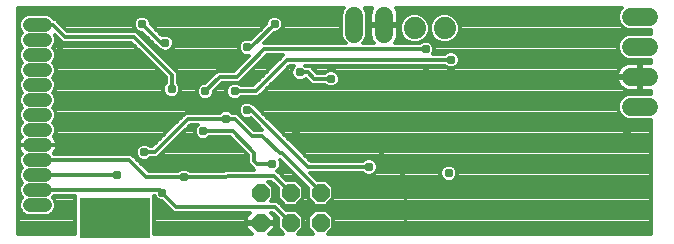
<source format=gbl>
G75*
%MOIN*%
%OFA0B0*%
%FSLAX25Y25*%
%IPPOS*%
%LPD*%
%AMOC8*
5,1,8,0,0,1.08239X$1,22.5*
%
%ADD10R,0.23622X0.13780*%
%ADD11OC8,0.06000*%
%ADD12C,0.04756*%
%ADD13C,0.06000*%
%ADD14C,0.07400*%
%ADD15C,0.01400*%
%ADD16C,0.02800*%
%ADD17C,0.03100*%
%ADD18C,0.02900*%
%ADD19C,0.01000*%
D10*
X0051828Y0016882D03*
D11*
X0100406Y0015167D03*
X0110406Y0015167D03*
X0120406Y0015167D03*
X0120406Y0025167D03*
X0110406Y0025167D03*
X0100406Y0025167D03*
D12*
X0028471Y0025957D02*
X0023715Y0025957D01*
X0023715Y0020957D02*
X0028471Y0020957D01*
X0028471Y0030957D02*
X0023715Y0030957D01*
X0023715Y0035957D02*
X0028471Y0035957D01*
X0028471Y0040957D02*
X0023715Y0040957D01*
X0023715Y0045957D02*
X0028471Y0045957D01*
X0028471Y0050957D02*
X0023715Y0050957D01*
X0023715Y0055957D02*
X0028471Y0055957D01*
X0028471Y0060957D02*
X0023715Y0060957D01*
X0023715Y0065957D02*
X0028471Y0065957D01*
X0028471Y0070957D02*
X0023715Y0070957D01*
X0023715Y0075957D02*
X0028471Y0075957D01*
X0028471Y0080957D02*
X0023715Y0080957D01*
D13*
X0131679Y0078177D02*
X0131679Y0084177D01*
X0141679Y0084177D02*
X0141679Y0078177D01*
X0223880Y0073722D02*
X0229880Y0073722D01*
X0229880Y0083722D02*
X0223880Y0083722D01*
X0223880Y0063722D02*
X0229880Y0063722D01*
X0229880Y0053722D02*
X0223880Y0053722D01*
D14*
X0161780Y0079922D03*
X0151780Y0079922D03*
D15*
X0019612Y0086718D02*
X0019612Y0011472D01*
X0038717Y0011472D01*
X0038717Y0023957D01*
X0031623Y0023957D01*
X0031589Y0023874D01*
X0031172Y0023457D01*
X0031589Y0023041D01*
X0032149Y0021689D01*
X0032149Y0020226D01*
X0031589Y0018874D01*
X0030554Y0017839D01*
X0029202Y0017279D01*
X0022983Y0017279D01*
X0021631Y0017839D01*
X0020597Y0018874D01*
X0020037Y0020226D01*
X0020037Y0021689D01*
X0020597Y0023041D01*
X0021013Y0023457D01*
X0020597Y0023874D01*
X0020037Y0025226D01*
X0020037Y0026689D01*
X0020597Y0028041D01*
X0021013Y0028457D01*
X0020597Y0028874D01*
X0020037Y0030226D01*
X0020037Y0031689D01*
X0020597Y0033041D01*
X0021013Y0033457D01*
X0020597Y0033874D01*
X0020037Y0035226D01*
X0020037Y0036689D01*
X0020597Y0038041D01*
X0020730Y0038174D01*
X0020604Y0038301D01*
X0020227Y0038820D01*
X0019935Y0039392D01*
X0019737Y0040002D01*
X0019637Y0040636D01*
X0019637Y0040957D01*
X0026092Y0040957D01*
X0026092Y0040957D01*
X0019637Y0040957D01*
X0019637Y0041278D01*
X0019737Y0041912D01*
X0019935Y0042523D01*
X0020227Y0043095D01*
X0020604Y0043614D01*
X0020730Y0043740D01*
X0020597Y0043874D01*
X0020037Y0045226D01*
X0020037Y0046689D01*
X0020597Y0048041D01*
X0021013Y0048457D01*
X0020597Y0048874D01*
X0020037Y0050226D01*
X0020037Y0051689D01*
X0020597Y0053041D01*
X0021013Y0053457D01*
X0020597Y0053874D01*
X0020037Y0055226D01*
X0020037Y0056689D01*
X0020597Y0058041D01*
X0021013Y0058457D01*
X0020597Y0058874D01*
X0020037Y0060226D01*
X0020037Y0061689D01*
X0020597Y0063041D01*
X0021013Y0063457D01*
X0020597Y0063874D01*
X0020037Y0065226D01*
X0020037Y0066689D01*
X0020597Y0068041D01*
X0021013Y0068457D01*
X0020597Y0068874D01*
X0020037Y0070226D01*
X0020037Y0071689D01*
X0020597Y0073041D01*
X0021013Y0073457D01*
X0020597Y0073874D01*
X0020037Y0075226D01*
X0020037Y0076689D01*
X0020597Y0078041D01*
X0021013Y0078457D01*
X0020597Y0078874D01*
X0020037Y0080226D01*
X0020037Y0081689D01*
X0020597Y0083041D01*
X0021631Y0084075D01*
X0022983Y0084635D01*
X0029202Y0084635D01*
X0030554Y0084075D01*
X0031589Y0083041D01*
X0031623Y0082957D01*
X0032073Y0082957D01*
X0035908Y0079122D01*
X0059008Y0079122D01*
X0071608Y0066522D01*
X0072780Y0065350D01*
X0072780Y0061652D01*
X0073196Y0061236D01*
X0073630Y0060189D01*
X0073630Y0059055D01*
X0073196Y0058007D01*
X0072394Y0057206D01*
X0071347Y0056772D01*
X0070213Y0056772D01*
X0069166Y0057206D01*
X0068364Y0058007D01*
X0067930Y0059055D01*
X0067930Y0060189D01*
X0068364Y0061236D01*
X0068780Y0061652D01*
X0068780Y0063693D01*
X0057352Y0075122D01*
X0034252Y0075122D01*
X0033080Y0076293D01*
X0031769Y0077604D01*
X0032149Y0076689D01*
X0032149Y0075226D01*
X0031589Y0073874D01*
X0031172Y0073457D01*
X0031589Y0073041D01*
X0032149Y0071689D01*
X0032149Y0070226D01*
X0031589Y0068874D01*
X0031172Y0068457D01*
X0031589Y0068041D01*
X0032149Y0066689D01*
X0032149Y0065226D01*
X0031589Y0063874D01*
X0031172Y0063457D01*
X0031589Y0063041D01*
X0032149Y0061689D01*
X0032149Y0060226D01*
X0031589Y0058874D01*
X0031172Y0058457D01*
X0031589Y0058041D01*
X0032149Y0056689D01*
X0032149Y0055226D01*
X0031589Y0053874D01*
X0031172Y0053457D01*
X0031589Y0053041D01*
X0032149Y0051689D01*
X0032149Y0050226D01*
X0031589Y0048874D01*
X0031172Y0048457D01*
X0031589Y0048041D01*
X0032149Y0046689D01*
X0032149Y0045226D01*
X0031589Y0043874D01*
X0031455Y0043740D01*
X0031581Y0043614D01*
X0031958Y0043095D01*
X0032250Y0042523D01*
X0032448Y0041912D01*
X0032549Y0041278D01*
X0032549Y0040957D01*
X0026093Y0040957D01*
X0026093Y0040957D01*
X0032549Y0040957D01*
X0032549Y0040636D01*
X0032448Y0040002D01*
X0032250Y0039392D01*
X0031958Y0038820D01*
X0031581Y0038301D01*
X0031455Y0038174D01*
X0031589Y0038041D01*
X0031623Y0037957D01*
X0057473Y0037957D01*
X0063208Y0032222D01*
X0072950Y0032222D01*
X0073366Y0032638D01*
X0074413Y0033072D01*
X0075547Y0033072D01*
X0076594Y0032638D01*
X0077011Y0032222D01*
X0088152Y0032222D01*
X0088752Y0032822D01*
X0098352Y0032822D01*
X0097280Y0033893D01*
X0096280Y0034893D01*
X0096280Y0037593D01*
X0090252Y0043622D01*
X0083311Y0043622D01*
X0082894Y0043206D01*
X0081847Y0042772D01*
X0080713Y0042772D01*
X0079666Y0043206D01*
X0078864Y0044007D01*
X0078430Y0045055D01*
X0078430Y0046189D01*
X0078864Y0047236D01*
X0079450Y0047822D01*
X0077208Y0047822D01*
X0066008Y0036622D01*
X0063711Y0036622D01*
X0063294Y0036206D01*
X0062247Y0035772D01*
X0061113Y0035772D01*
X0060066Y0036206D01*
X0059264Y0037007D01*
X0058830Y0038055D01*
X0058830Y0039189D01*
X0059264Y0040236D01*
X0060066Y0041038D01*
X0061113Y0041472D01*
X0062247Y0041472D01*
X0063294Y0041038D01*
X0063711Y0040622D01*
X0064352Y0040622D01*
X0074380Y0050650D01*
X0075552Y0051822D01*
X0086950Y0051822D01*
X0087366Y0052238D01*
X0088413Y0052672D01*
X0089547Y0052672D01*
X0090594Y0052238D01*
X0091011Y0051822D01*
X0092608Y0051822D01*
X0098308Y0046122D01*
X0101052Y0046122D01*
X0097151Y0050022D01*
X0096547Y0049772D01*
X0095413Y0049772D01*
X0094366Y0050206D01*
X0093564Y0051007D01*
X0093130Y0052055D01*
X0093130Y0053189D01*
X0093564Y0054236D01*
X0094366Y0055038D01*
X0095413Y0055472D01*
X0096547Y0055472D01*
X0097594Y0055038D01*
X0098011Y0054622D01*
X0098208Y0054622D01*
X0117108Y0035722D01*
X0134550Y0035722D01*
X0134966Y0036138D01*
X0136013Y0036572D01*
X0137147Y0036572D01*
X0138194Y0036138D01*
X0138996Y0035336D01*
X0139430Y0034289D01*
X0139430Y0033155D01*
X0138996Y0032107D01*
X0138194Y0031306D01*
X0137147Y0030872D01*
X0136013Y0030872D01*
X0134966Y0031306D01*
X0134550Y0031722D01*
X0116908Y0031722D01*
X0119164Y0029467D01*
X0122187Y0029467D01*
X0124706Y0026948D01*
X0124706Y0023386D01*
X0122187Y0020867D01*
X0118625Y0020867D01*
X0116106Y0023386D01*
X0116106Y0026867D01*
X0106908Y0036065D01*
X0107230Y0035289D01*
X0107230Y0034155D01*
X0106796Y0033107D01*
X0106045Y0032356D01*
X0106751Y0031650D01*
X0108934Y0029467D01*
X0112187Y0029467D01*
X0114706Y0026948D01*
X0114706Y0023386D01*
X0112187Y0020867D01*
X0108625Y0020867D01*
X0106106Y0023386D01*
X0106106Y0026638D01*
X0103922Y0028822D01*
X0102832Y0028822D01*
X0104706Y0026948D01*
X0104706Y0023386D01*
X0103742Y0022422D01*
X0105979Y0022422D01*
X0107151Y0021250D01*
X0108934Y0019467D01*
X0112187Y0019467D01*
X0114706Y0016948D01*
X0114706Y0013386D01*
X0112793Y0011472D01*
X0118019Y0011472D01*
X0116106Y0013386D01*
X0116106Y0016948D01*
X0118625Y0019467D01*
X0122187Y0019467D01*
X0124706Y0016948D01*
X0124706Y0013386D01*
X0122793Y0011472D01*
X0230684Y0011472D01*
X0230684Y0049422D01*
X0223025Y0049422D01*
X0221444Y0050076D01*
X0220235Y0051286D01*
X0219580Y0052866D01*
X0219580Y0054577D01*
X0220235Y0056158D01*
X0221444Y0057367D01*
X0223025Y0058022D01*
X0230684Y0058022D01*
X0230684Y0059091D01*
X0230250Y0059022D01*
X0227180Y0059022D01*
X0227180Y0063422D01*
X0226580Y0063422D01*
X0219180Y0063422D01*
X0219180Y0063352D01*
X0219296Y0062621D01*
X0219524Y0061918D01*
X0219860Y0061258D01*
X0220295Y0060660D01*
X0220818Y0060137D01*
X0221417Y0059702D01*
X0222076Y0059366D01*
X0222779Y0059137D01*
X0223510Y0059022D01*
X0226580Y0059022D01*
X0226580Y0063422D01*
X0226580Y0064022D01*
X0226580Y0068422D01*
X0223510Y0068422D01*
X0222779Y0068306D01*
X0222076Y0068077D01*
X0221417Y0067742D01*
X0220818Y0067307D01*
X0220295Y0066784D01*
X0219860Y0066185D01*
X0219524Y0065526D01*
X0219296Y0064822D01*
X0219180Y0064092D01*
X0219180Y0064022D01*
X0226580Y0064022D01*
X0227180Y0064022D01*
X0227180Y0068422D01*
X0230250Y0068422D01*
X0230684Y0068353D01*
X0230684Y0069422D01*
X0223025Y0069422D01*
X0221444Y0070076D01*
X0220235Y0071286D01*
X0219580Y0072866D01*
X0219580Y0074577D01*
X0220235Y0076158D01*
X0221444Y0077367D01*
X0223025Y0078022D01*
X0230684Y0078022D01*
X0230684Y0079422D01*
X0223025Y0079422D01*
X0221444Y0080076D01*
X0220235Y0081286D01*
X0219580Y0082866D01*
X0219580Y0084577D01*
X0220235Y0086158D01*
X0220795Y0086718D01*
X0145643Y0086718D01*
X0145699Y0086640D01*
X0146035Y0085981D01*
X0146263Y0085277D01*
X0146379Y0084547D01*
X0146379Y0081477D01*
X0141979Y0081477D01*
X0141979Y0080877D01*
X0146379Y0080877D01*
X0146379Y0077807D01*
X0146263Y0077076D01*
X0146035Y0076373D01*
X0145699Y0075714D01*
X0145264Y0075115D01*
X0145071Y0074922D01*
X0153450Y0074922D01*
X0153866Y0075338D01*
X0154913Y0075772D01*
X0156047Y0075772D01*
X0157094Y0075338D01*
X0157896Y0074536D01*
X0158330Y0073489D01*
X0158330Y0072355D01*
X0157943Y0071422D01*
X0161850Y0071422D01*
X0162266Y0071838D01*
X0163313Y0072272D01*
X0164447Y0072272D01*
X0165494Y0071838D01*
X0166296Y0071036D01*
X0166730Y0069989D01*
X0166730Y0068855D01*
X0166296Y0067807D01*
X0165494Y0067006D01*
X0164447Y0066572D01*
X0163313Y0066572D01*
X0162266Y0067006D01*
X0161850Y0067422D01*
X0115310Y0067422D01*
X0115511Y0067222D01*
X0117108Y0067222D01*
X0119208Y0065122D01*
X0121950Y0065122D01*
X0122366Y0065538D01*
X0123413Y0065972D01*
X0124547Y0065972D01*
X0125594Y0065538D01*
X0126396Y0064736D01*
X0126830Y0063689D01*
X0126830Y0062555D01*
X0126396Y0061507D01*
X0125594Y0060706D01*
X0124547Y0060272D01*
X0123413Y0060272D01*
X0122366Y0060706D01*
X0121950Y0061122D01*
X0117552Y0061122D01*
X0116380Y0062293D01*
X0115481Y0063192D01*
X0115094Y0062806D01*
X0114047Y0062372D01*
X0112913Y0062372D01*
X0111866Y0062806D01*
X0111064Y0063607D01*
X0110630Y0064655D01*
X0110630Y0065789D01*
X0111064Y0066836D01*
X0111650Y0067422D01*
X0110108Y0067422D01*
X0100780Y0058093D01*
X0099608Y0056922D01*
X0093811Y0056922D01*
X0093394Y0056506D01*
X0092347Y0056072D01*
X0091213Y0056072D01*
X0090166Y0056506D01*
X0089364Y0057307D01*
X0088930Y0058355D01*
X0088930Y0059489D01*
X0089364Y0060536D01*
X0090166Y0061338D01*
X0091213Y0061772D01*
X0092347Y0061772D01*
X0093394Y0061338D01*
X0093811Y0060922D01*
X0097952Y0060922D01*
X0107952Y0070922D01*
X0102408Y0070922D01*
X0094480Y0062993D01*
X0093308Y0061822D01*
X0087708Y0061822D01*
X0084830Y0058943D01*
X0084830Y0058355D01*
X0084396Y0057307D01*
X0083594Y0056506D01*
X0082547Y0056072D01*
X0081413Y0056072D01*
X0080366Y0056506D01*
X0079564Y0057307D01*
X0079130Y0058355D01*
X0079130Y0059489D01*
X0079564Y0060536D01*
X0080366Y0061338D01*
X0081413Y0061772D01*
X0082002Y0061772D01*
X0086052Y0065822D01*
X0091652Y0065822D01*
X0096640Y0070810D01*
X0096547Y0070772D01*
X0095413Y0070772D01*
X0094366Y0071206D01*
X0093564Y0072007D01*
X0093130Y0073055D01*
X0093130Y0074189D01*
X0093564Y0075236D01*
X0094366Y0076038D01*
X0095413Y0076472D01*
X0096547Y0076472D01*
X0097151Y0076221D01*
X0102230Y0081300D01*
X0102230Y0081889D01*
X0102664Y0082936D01*
X0103466Y0083738D01*
X0104513Y0084172D01*
X0105647Y0084172D01*
X0106694Y0083738D01*
X0107496Y0082936D01*
X0107930Y0081889D01*
X0107930Y0080755D01*
X0107496Y0079707D01*
X0106694Y0078906D01*
X0105647Y0078472D01*
X0105058Y0078472D01*
X0101508Y0074922D01*
X0128853Y0074922D01*
X0128034Y0075741D01*
X0127379Y0077322D01*
X0127379Y0085032D01*
X0128034Y0086613D01*
X0128139Y0086718D01*
X0019612Y0086718D01*
X0019612Y0086487D02*
X0127982Y0086487D01*
X0127403Y0085089D02*
X0019612Y0085089D01*
X0019612Y0083690D02*
X0021246Y0083690D01*
X0020286Y0082292D02*
X0019612Y0082292D01*
X0019612Y0080893D02*
X0020037Y0080893D01*
X0020339Y0079495D02*
X0019612Y0079495D01*
X0019612Y0078096D02*
X0020652Y0078096D01*
X0020040Y0076698D02*
X0019612Y0076698D01*
X0019612Y0075299D02*
X0020037Y0075299D01*
X0019612Y0073901D02*
X0020585Y0073901D01*
X0020374Y0072502D02*
X0019612Y0072502D01*
X0019612Y0071104D02*
X0020037Y0071104D01*
X0020252Y0069705D02*
X0019612Y0069705D01*
X0019612Y0068307D02*
X0020863Y0068307D01*
X0020128Y0066908D02*
X0019612Y0066908D01*
X0019612Y0065510D02*
X0020037Y0065510D01*
X0019612Y0064111D02*
X0020498Y0064111D01*
X0020461Y0062713D02*
X0019612Y0062713D01*
X0019612Y0061314D02*
X0020037Y0061314D01*
X0020165Y0059916D02*
X0019612Y0059916D01*
X0019612Y0058517D02*
X0020953Y0058517D01*
X0020215Y0057119D02*
X0019612Y0057119D01*
X0019612Y0055720D02*
X0020037Y0055720D01*
X0020411Y0054322D02*
X0019612Y0054322D01*
X0019612Y0052923D02*
X0020548Y0052923D01*
X0020037Y0051525D02*
X0019612Y0051525D01*
X0019612Y0050126D02*
X0020078Y0050126D01*
X0019612Y0048728D02*
X0020743Y0048728D01*
X0020302Y0047329D02*
X0019612Y0047329D01*
X0019612Y0045930D02*
X0020037Y0045930D01*
X0020324Y0044532D02*
X0019612Y0044532D01*
X0019612Y0043133D02*
X0020255Y0043133D01*
X0019709Y0041735D02*
X0019612Y0041735D01*
X0019612Y0040336D02*
X0019684Y0040336D01*
X0019612Y0038938D02*
X0020167Y0038938D01*
X0020389Y0037539D02*
X0019612Y0037539D01*
X0019612Y0036141D02*
X0020037Y0036141D01*
X0020237Y0034742D02*
X0019612Y0034742D01*
X0019612Y0033344D02*
X0020900Y0033344D01*
X0020143Y0031945D02*
X0019612Y0031945D01*
X0019612Y0030547D02*
X0020037Y0030547D01*
X0019612Y0029148D02*
X0020483Y0029148D01*
X0020476Y0027750D02*
X0019612Y0027750D01*
X0019612Y0026351D02*
X0020037Y0026351D01*
X0020150Y0024953D02*
X0019612Y0024953D01*
X0019612Y0023554D02*
X0020916Y0023554D01*
X0020230Y0022156D02*
X0019612Y0022156D01*
X0019612Y0020757D02*
X0020037Y0020757D01*
X0020396Y0019359D02*
X0019612Y0019359D01*
X0019612Y0017960D02*
X0021510Y0017960D01*
X0019612Y0016562D02*
X0038717Y0016562D01*
X0038717Y0017960D02*
X0030675Y0017960D01*
X0031789Y0019359D02*
X0038717Y0019359D01*
X0038717Y0020757D02*
X0032149Y0020757D01*
X0031955Y0022156D02*
X0038717Y0022156D01*
X0038717Y0023554D02*
X0031269Y0023554D01*
X0026093Y0025957D02*
X0066845Y0025957D01*
X0067680Y0025122D01*
X0072380Y0020422D01*
X0105151Y0020422D01*
X0110406Y0015167D01*
X0114706Y0015163D02*
X0116106Y0015163D01*
X0116106Y0013765D02*
X0114706Y0013765D01*
X0113687Y0012366D02*
X0117125Y0012366D01*
X0123687Y0012366D02*
X0230684Y0012366D01*
X0230684Y0013765D02*
X0124706Y0013765D01*
X0124706Y0015163D02*
X0230684Y0015163D01*
X0230684Y0016562D02*
X0124706Y0016562D01*
X0123693Y0017960D02*
X0230684Y0017960D01*
X0230684Y0019359D02*
X0122295Y0019359D01*
X0118517Y0019359D02*
X0112295Y0019359D01*
X0113693Y0017960D02*
X0117119Y0017960D01*
X0116106Y0016562D02*
X0114706Y0016562D01*
X0107644Y0020757D02*
X0230684Y0020757D01*
X0230684Y0022156D02*
X0123476Y0022156D01*
X0124706Y0023554D02*
X0230684Y0023554D01*
X0230684Y0024953D02*
X0124706Y0024953D01*
X0124706Y0026351D02*
X0230684Y0026351D01*
X0230684Y0027750D02*
X0123904Y0027750D01*
X0122505Y0029148D02*
X0161704Y0029148D01*
X0161566Y0029206D02*
X0162613Y0028772D01*
X0163747Y0028772D01*
X0164794Y0029206D01*
X0165596Y0030007D01*
X0166030Y0031055D01*
X0166030Y0032189D01*
X0165596Y0033236D01*
X0164794Y0034038D01*
X0163747Y0034472D01*
X0162613Y0034472D01*
X0161566Y0034038D01*
X0160764Y0033236D01*
X0160330Y0032189D01*
X0160330Y0031055D01*
X0160764Y0030007D01*
X0161566Y0029206D01*
X0160540Y0030547D02*
X0118083Y0030547D01*
X0113825Y0029148D02*
X0112505Y0029148D01*
X0112427Y0030547D02*
X0107854Y0030547D01*
X0104751Y0030822D02*
X0089580Y0030822D01*
X0088980Y0030222D01*
X0074980Y0030222D01*
X0062380Y0030222D01*
X0056645Y0035957D01*
X0026093Y0035957D01*
X0032018Y0038938D02*
X0058830Y0038938D01*
X0059044Y0037539D02*
X0057891Y0037539D01*
X0059289Y0036141D02*
X0060222Y0036141D01*
X0060688Y0034742D02*
X0096431Y0034742D01*
X0097829Y0033344D02*
X0062086Y0033344D01*
X0063138Y0036141D02*
X0096280Y0036141D01*
X0096280Y0037539D02*
X0066926Y0037539D01*
X0068325Y0038938D02*
X0094935Y0038938D01*
X0093537Y0040336D02*
X0069723Y0040336D01*
X0071122Y0041735D02*
X0092138Y0041735D01*
X0090740Y0043133D02*
X0082720Y0043133D01*
X0079840Y0043133D02*
X0072520Y0043133D01*
X0073919Y0044532D02*
X0078647Y0044532D01*
X0078430Y0045930D02*
X0075317Y0045930D01*
X0076716Y0047329D02*
X0078957Y0047329D01*
X0081280Y0045622D02*
X0091080Y0045622D01*
X0098280Y0038422D01*
X0098280Y0035722D01*
X0099280Y0034722D01*
X0104380Y0034722D01*
X0107230Y0034742D02*
X0108231Y0034742D01*
X0106894Y0033344D02*
X0109629Y0033344D01*
X0111028Y0031945D02*
X0106456Y0031945D01*
X0104751Y0030822D02*
X0110406Y0025167D01*
X0113476Y0022156D02*
X0117336Y0022156D01*
X0116106Y0023554D02*
X0114706Y0023554D01*
X0114706Y0024953D02*
X0116106Y0024953D01*
X0120406Y0025167D02*
X0120406Y0025396D01*
X0107480Y0038322D01*
X0106780Y0038322D01*
X0100980Y0044122D01*
X0097480Y0044122D01*
X0091780Y0049822D01*
X0088980Y0049822D01*
X0076380Y0049822D01*
X0065180Y0038622D01*
X0061680Y0038622D01*
X0059364Y0040336D02*
X0032501Y0040336D01*
X0032476Y0041735D02*
X0065465Y0041735D01*
X0066863Y0043133D02*
X0031930Y0043133D01*
X0031861Y0044532D02*
X0068262Y0044532D01*
X0069660Y0045930D02*
X0032149Y0045930D01*
X0031883Y0047329D02*
X0071059Y0047329D01*
X0072457Y0048728D02*
X0031442Y0048728D01*
X0032107Y0050126D02*
X0073856Y0050126D01*
X0075254Y0051525D02*
X0032149Y0051525D01*
X0031637Y0052923D02*
X0093130Y0052923D01*
X0092906Y0051525D02*
X0093350Y0051525D01*
X0095980Y0052622D02*
X0097380Y0052622D01*
X0116280Y0033722D01*
X0136580Y0033722D01*
X0139242Y0034742D02*
X0230684Y0034742D01*
X0230684Y0033344D02*
X0165488Y0033344D01*
X0166030Y0031945D02*
X0230684Y0031945D01*
X0230684Y0030547D02*
X0165820Y0030547D01*
X0164656Y0029148D02*
X0230684Y0029148D01*
X0230684Y0036141D02*
X0138187Y0036141D01*
X0134973Y0036141D02*
X0116689Y0036141D01*
X0115291Y0037539D02*
X0230684Y0037539D01*
X0230684Y0038938D02*
X0113892Y0038938D01*
X0112494Y0040336D02*
X0230684Y0040336D01*
X0230684Y0041735D02*
X0111095Y0041735D01*
X0109697Y0043133D02*
X0230684Y0043133D01*
X0230684Y0044532D02*
X0108298Y0044532D01*
X0106900Y0045930D02*
X0230684Y0045930D01*
X0230684Y0047329D02*
X0105501Y0047329D01*
X0104103Y0048728D02*
X0230684Y0048728D01*
X0221395Y0050126D02*
X0102704Y0050126D01*
X0101306Y0051525D02*
X0220136Y0051525D01*
X0219580Y0052923D02*
X0099907Y0052923D01*
X0098509Y0054322D02*
X0219580Y0054322D01*
X0220053Y0055720D02*
X0032149Y0055720D01*
X0031774Y0054322D02*
X0093649Y0054322D01*
X0089553Y0057119D02*
X0084207Y0057119D01*
X0084830Y0058517D02*
X0088930Y0058517D01*
X0089107Y0059916D02*
X0085802Y0059916D01*
X0087201Y0061314D02*
X0090142Y0061314D01*
X0093418Y0061314D02*
X0098344Y0061314D01*
X0099742Y0062713D02*
X0094199Y0062713D01*
X0095598Y0064111D02*
X0101141Y0064111D01*
X0102539Y0065510D02*
X0096996Y0065510D01*
X0098395Y0066908D02*
X0103938Y0066908D01*
X0105337Y0068307D02*
X0099793Y0068307D01*
X0101192Y0069705D02*
X0106735Y0069705D01*
X0109280Y0069422D02*
X0098780Y0058922D01*
X0091780Y0058922D01*
X0086880Y0063822D02*
X0081980Y0058922D01*
X0079307Y0059916D02*
X0073630Y0059916D01*
X0073407Y0058517D02*
X0079130Y0058517D01*
X0079753Y0057119D02*
X0072184Y0057119D01*
X0069376Y0057119D02*
X0031970Y0057119D01*
X0031232Y0058517D02*
X0068153Y0058517D01*
X0067930Y0059916D02*
X0032020Y0059916D01*
X0032149Y0061314D02*
X0068442Y0061314D01*
X0070780Y0059622D02*
X0070780Y0064522D01*
X0058180Y0077122D01*
X0035080Y0077122D01*
X0031245Y0080957D01*
X0026093Y0080957D01*
X0030939Y0083690D02*
X0059318Y0083690D01*
X0059366Y0083738D02*
X0058564Y0082936D01*
X0058130Y0081889D01*
X0058130Y0080755D01*
X0058564Y0079707D01*
X0059366Y0078906D01*
X0060413Y0078472D01*
X0061002Y0078472D01*
X0065280Y0074193D01*
X0066452Y0073022D01*
X0066650Y0073022D01*
X0067066Y0072606D01*
X0068113Y0072172D01*
X0069247Y0072172D01*
X0070294Y0072606D01*
X0071096Y0073407D01*
X0071530Y0074455D01*
X0071530Y0075589D01*
X0071096Y0076636D01*
X0070294Y0077438D01*
X0069247Y0077872D01*
X0068113Y0077872D01*
X0067509Y0077621D01*
X0063830Y0081300D01*
X0063830Y0081889D01*
X0063396Y0082936D01*
X0062594Y0083738D01*
X0061547Y0084172D01*
X0060413Y0084172D01*
X0059366Y0083738D01*
X0058297Y0082292D02*
X0032738Y0082292D01*
X0034137Y0080893D02*
X0058130Y0080893D01*
X0058777Y0079495D02*
X0035535Y0079495D01*
X0032676Y0076698D02*
X0032145Y0076698D01*
X0032149Y0075299D02*
X0034074Y0075299D01*
X0031600Y0073901D02*
X0058573Y0073901D01*
X0059971Y0072502D02*
X0031812Y0072502D01*
X0032149Y0071104D02*
X0061370Y0071104D01*
X0062768Y0069705D02*
X0031933Y0069705D01*
X0031323Y0068307D02*
X0064167Y0068307D01*
X0065565Y0066908D02*
X0032058Y0066908D01*
X0032149Y0065510D02*
X0066964Y0065510D01*
X0068362Y0064111D02*
X0031687Y0064111D01*
X0031724Y0062713D02*
X0068780Y0062713D01*
X0072780Y0062713D02*
X0082942Y0062713D01*
X0084341Y0064111D02*
X0072780Y0064111D01*
X0072621Y0065510D02*
X0085739Y0065510D01*
X0086880Y0063822D02*
X0092480Y0063822D01*
X0101580Y0072922D01*
X0155480Y0072922D01*
X0158159Y0073901D02*
X0219580Y0073901D01*
X0219731Y0072502D02*
X0158330Y0072502D01*
X0157133Y0075299D02*
X0159874Y0075299D01*
X0160785Y0074922D02*
X0162775Y0074922D01*
X0164612Y0075683D01*
X0166019Y0077089D01*
X0166780Y0078927D01*
X0166780Y0080916D01*
X0166019Y0082754D01*
X0164612Y0084161D01*
X0162775Y0084922D01*
X0160785Y0084922D01*
X0158948Y0084161D01*
X0157541Y0082754D01*
X0156780Y0080916D01*
X0156780Y0078927D01*
X0157541Y0077089D01*
X0158948Y0075683D01*
X0160785Y0074922D01*
X0163686Y0075299D02*
X0219879Y0075299D01*
X0220775Y0076698D02*
X0165627Y0076698D01*
X0166436Y0078096D02*
X0230684Y0078096D01*
X0222848Y0079495D02*
X0166780Y0079495D01*
X0166780Y0080893D02*
X0220627Y0080893D01*
X0219818Y0082292D02*
X0166210Y0082292D01*
X0165083Y0083690D02*
X0219580Y0083690D01*
X0219792Y0085089D02*
X0146293Y0085089D01*
X0146379Y0083690D02*
X0148477Y0083690D01*
X0148948Y0084161D02*
X0147541Y0082754D01*
X0146780Y0080916D01*
X0146780Y0078927D01*
X0147541Y0077089D01*
X0148948Y0075683D01*
X0150785Y0074922D01*
X0152775Y0074922D01*
X0154612Y0075683D01*
X0156019Y0077089D01*
X0156780Y0078927D01*
X0156780Y0080916D01*
X0156019Y0082754D01*
X0154612Y0084161D01*
X0152775Y0084922D01*
X0150785Y0084922D01*
X0148948Y0084161D01*
X0147350Y0082292D02*
X0146379Y0082292D01*
X0146780Y0080893D02*
X0141979Y0080893D01*
X0141379Y0080893D02*
X0135979Y0080893D01*
X0136979Y0080877D02*
X0136979Y0077807D01*
X0137095Y0077076D01*
X0137324Y0076373D01*
X0137659Y0075714D01*
X0138094Y0075115D01*
X0138288Y0074922D01*
X0134505Y0074922D01*
X0135325Y0075741D01*
X0135979Y0077322D01*
X0135979Y0085032D01*
X0135325Y0086613D01*
X0135219Y0086718D01*
X0137716Y0086718D01*
X0137659Y0086640D01*
X0137324Y0085981D01*
X0137095Y0085277D01*
X0136979Y0084547D01*
X0136979Y0081477D01*
X0141379Y0081477D01*
X0141379Y0080877D01*
X0136979Y0080877D01*
X0136979Y0079495D02*
X0135979Y0079495D01*
X0135979Y0078096D02*
X0136979Y0078096D01*
X0137218Y0076698D02*
X0135721Y0076698D01*
X0134883Y0075299D02*
X0137960Y0075299D01*
X0145398Y0075299D02*
X0149874Y0075299D01*
X0147933Y0076698D02*
X0146140Y0076698D01*
X0146379Y0078096D02*
X0147124Y0078096D01*
X0146780Y0079495D02*
X0146379Y0079495D01*
X0153686Y0075299D02*
X0153827Y0075299D01*
X0155627Y0076698D02*
X0157933Y0076698D01*
X0157124Y0078096D02*
X0156436Y0078096D01*
X0156780Y0079495D02*
X0156780Y0079495D01*
X0156780Y0080893D02*
X0156780Y0080893D01*
X0156210Y0082292D02*
X0157350Y0082292D01*
X0158477Y0083690D02*
X0155083Y0083690D01*
X0145777Y0086487D02*
X0220564Y0086487D01*
X0220417Y0071104D02*
X0166229Y0071104D01*
X0166730Y0069705D02*
X0222340Y0069705D01*
X0222783Y0068307D02*
X0166503Y0068307D01*
X0165259Y0066908D02*
X0220420Y0066908D01*
X0219519Y0065510D02*
X0125623Y0065510D01*
X0126655Y0064111D02*
X0219183Y0064111D01*
X0219281Y0062713D02*
X0126830Y0062713D01*
X0123980Y0063122D02*
X0118380Y0063122D01*
X0116280Y0065222D01*
X0113480Y0065222D01*
X0110855Y0064111D02*
X0106798Y0064111D01*
X0108196Y0065510D02*
X0110630Y0065510D01*
X0111136Y0066908D02*
X0109595Y0066908D01*
X0109280Y0069422D02*
X0163880Y0069422D01*
X0162501Y0066908D02*
X0117422Y0066908D01*
X0118821Y0065510D02*
X0122337Y0065510D01*
X0115961Y0062713D02*
X0114870Y0062713D01*
X0112090Y0062713D02*
X0105399Y0062713D01*
X0104001Y0061314D02*
X0117359Y0061314D01*
X0126203Y0061314D02*
X0219832Y0061314D01*
X0221123Y0059916D02*
X0102602Y0059916D01*
X0101204Y0058517D02*
X0230684Y0058517D01*
X0227180Y0059916D02*
X0226580Y0059916D01*
X0226580Y0061314D02*
X0227180Y0061314D01*
X0227180Y0062713D02*
X0226580Y0062713D01*
X0226580Y0064111D02*
X0227180Y0064111D01*
X0227180Y0065510D02*
X0226580Y0065510D01*
X0226580Y0066908D02*
X0227180Y0066908D01*
X0227180Y0068307D02*
X0226580Y0068307D01*
X0221196Y0057119D02*
X0099805Y0057119D01*
X0094558Y0050126D02*
X0094304Y0050126D01*
X0095703Y0048728D02*
X0098446Y0048728D01*
X0097101Y0047329D02*
X0099844Y0047329D01*
X0080342Y0061314D02*
X0073118Y0061314D01*
X0071222Y0066908D02*
X0092738Y0066908D01*
X0094137Y0068307D02*
X0069824Y0068307D01*
X0068425Y0069705D02*
X0095535Y0069705D01*
X0094612Y0071104D02*
X0067027Y0071104D01*
X0067315Y0072502D02*
X0065628Y0072502D01*
X0065573Y0073901D02*
X0064229Y0073901D01*
X0064174Y0075299D02*
X0062831Y0075299D01*
X0062776Y0076698D02*
X0061432Y0076698D01*
X0061377Y0078096D02*
X0060034Y0078096D01*
X0064237Y0080893D02*
X0101823Y0080893D01*
X0100425Y0079495D02*
X0065635Y0079495D01*
X0067034Y0078096D02*
X0099026Y0078096D01*
X0097628Y0076698D02*
X0071035Y0076698D01*
X0071530Y0075299D02*
X0093627Y0075299D01*
X0093130Y0073901D02*
X0071300Y0073901D01*
X0070045Y0072502D02*
X0093359Y0072502D01*
X0095980Y0073622D02*
X0097380Y0073622D01*
X0105080Y0081322D01*
X0102397Y0082292D02*
X0063663Y0082292D01*
X0062642Y0083690D02*
X0103418Y0083690D01*
X0106742Y0083690D02*
X0127379Y0083690D01*
X0127379Y0082292D02*
X0107763Y0082292D01*
X0107930Y0080893D02*
X0127379Y0080893D01*
X0127379Y0079495D02*
X0107284Y0079495D01*
X0104683Y0078096D02*
X0127379Y0078096D01*
X0127638Y0076698D02*
X0103284Y0076698D01*
X0101886Y0075299D02*
X0128476Y0075299D01*
X0135979Y0082292D02*
X0136979Y0082292D01*
X0136979Y0083690D02*
X0135979Y0083690D01*
X0135956Y0085089D02*
X0137065Y0085089D01*
X0137582Y0086487D02*
X0135377Y0086487D01*
X0068680Y0075022D02*
X0067280Y0075022D01*
X0060980Y0081322D01*
X0139430Y0033344D02*
X0160872Y0033344D01*
X0160330Y0031945D02*
X0138834Y0031945D01*
X0116106Y0026351D02*
X0114706Y0026351D01*
X0115224Y0027750D02*
X0113904Y0027750D01*
X0106106Y0026351D02*
X0104706Y0026351D01*
X0104994Y0027750D02*
X0103904Y0027750D01*
X0104706Y0024953D02*
X0106106Y0024953D01*
X0106106Y0023554D02*
X0104706Y0023554D01*
X0106245Y0022156D02*
X0107336Y0022156D01*
X0104322Y0018422D02*
X0103798Y0018422D01*
X0105106Y0017113D01*
X0105106Y0015467D01*
X0100706Y0015467D01*
X0100706Y0014867D01*
X0105106Y0014867D01*
X0105106Y0013220D01*
X0103358Y0011472D01*
X0108019Y0011472D01*
X0106106Y0013386D01*
X0106106Y0016638D01*
X0104322Y0018422D01*
X0104259Y0017960D02*
X0104784Y0017960D01*
X0105106Y0016562D02*
X0106106Y0016562D01*
X0106106Y0015163D02*
X0100706Y0015163D01*
X0100106Y0015163D02*
X0064939Y0015163D01*
X0064939Y0013765D02*
X0095706Y0013765D01*
X0095706Y0013220D02*
X0097454Y0011472D01*
X0064939Y0011472D01*
X0064939Y0023957D01*
X0065078Y0023957D01*
X0065264Y0023507D01*
X0066066Y0022706D01*
X0067113Y0022272D01*
X0067702Y0022272D01*
X0071552Y0018422D01*
X0073208Y0018422D01*
X0097014Y0018422D01*
X0095706Y0017113D01*
X0095706Y0015467D01*
X0100106Y0015467D01*
X0100106Y0014867D01*
X0095706Y0014867D01*
X0095706Y0013220D01*
X0096560Y0012366D02*
X0064939Y0012366D01*
X0064939Y0016562D02*
X0095706Y0016562D01*
X0096553Y0017960D02*
X0064939Y0017960D01*
X0064939Y0019359D02*
X0070615Y0019359D01*
X0069216Y0020757D02*
X0064939Y0020757D01*
X0064939Y0022156D02*
X0067818Y0022156D01*
X0065244Y0023554D02*
X0064939Y0023554D01*
X0052580Y0030922D02*
X0052545Y0030957D01*
X0026093Y0030957D01*
X0019612Y0015163D02*
X0038717Y0015163D01*
X0038717Y0013765D02*
X0019612Y0013765D01*
X0019612Y0012366D02*
X0038717Y0012366D01*
X0104252Y0012366D02*
X0107125Y0012366D01*
X0106106Y0013765D02*
X0105106Y0013765D01*
D16*
X0136580Y0048422D03*
X0155480Y0065222D03*
X0033680Y0072222D03*
D17*
X0060980Y0081322D03*
X0068680Y0075022D03*
X0095980Y0073622D03*
X0105080Y0081322D03*
X0113480Y0065222D03*
X0123980Y0063122D03*
X0095980Y0052622D03*
X0088980Y0049822D03*
X0081280Y0045622D03*
X0061680Y0038622D03*
X0052580Y0030922D03*
X0067680Y0025122D03*
X0074980Y0030222D03*
X0104380Y0034722D03*
X0112080Y0044922D03*
X0136580Y0033722D03*
X0163180Y0031622D03*
X0222680Y0045622D03*
X0163880Y0069422D03*
X0155480Y0072922D03*
X0091780Y0058922D03*
X0081980Y0058922D03*
X0070780Y0059622D03*
D18*
X0148412Y0012972D03*
D19*
X0148412Y0030472D01*
X0137812Y0041072D01*
X0115930Y0041072D01*
X0112080Y0044922D01*
M02*

</source>
